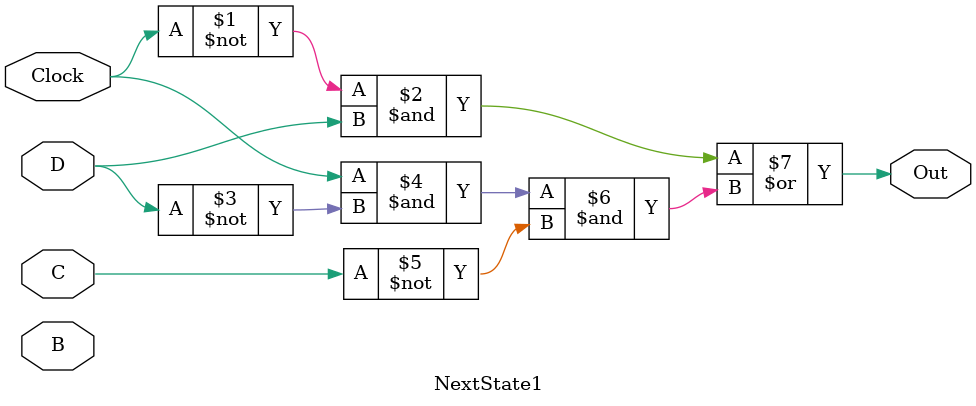
<source format=v>
module NextState1(Clock, B, C, D, Out);
	input Clock, B, C, D;
	output Out;
	
	assign Out = ((~Clock&D)|(Clock&~D&~C));
endmodule

</source>
